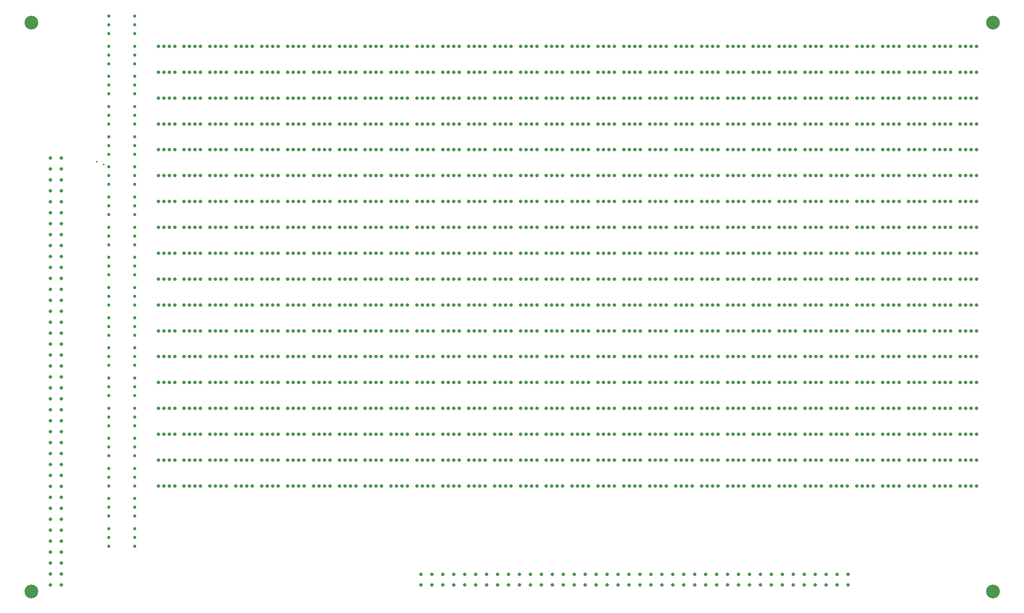
<source format=gbr>
G04 PROTEUS GERBER X2 FILE*
%TF.GenerationSoftware,Labcenter,Proteus,8.6-SP2-Build23525*%
%TF.CreationDate,2023-01-18T21:31:38+00:00*%
%TF.FileFunction,Plated,1,2,PTH*%
%TF.FilePolarity,Positive*%
%TF.Part,Single*%
%FSLAX45Y45*%
%MOMM*%
G01*
%TA.AperFunction,ViaDrill*%
%ADD31C,0.381000*%
%TA.AperFunction,ComponentDrill*%
%ADD32C,0.812800*%
%TA.AperFunction,ComponentDrill*%
%ADD33C,0.762000*%
%TA.AperFunction,OtherDrill,Unknown*%
%ADD34C,3.200000*%
%TD.AperFunction*%
D31*
X-9182923Y+3172982D03*
X-9022977Y+3107023D03*
D32*
X-7755252Y+5850000D03*
X-7628252Y+5850000D03*
X-7501252Y+5850000D03*
X-7374252Y+5850000D03*
X-7155252Y+5850000D03*
X-7028252Y+5850000D03*
X-6901252Y+5850000D03*
X-6774252Y+5850000D03*
X-6555252Y+5850000D03*
X-6428252Y+5850000D03*
X-6301252Y+5850000D03*
X-6174252Y+5850000D03*
X-5955252Y+5850000D03*
X-5828252Y+5850000D03*
X-5701252Y+5850000D03*
X-5574252Y+5850000D03*
X-5355252Y+5850000D03*
X-5228252Y+5850000D03*
X-5101252Y+5850000D03*
X-4974252Y+5850000D03*
X-4755252Y+5850000D03*
X-4628252Y+5850000D03*
X-4501252Y+5850000D03*
X-4374252Y+5850000D03*
X-4155252Y+5850000D03*
X-4028252Y+5850000D03*
X-3901252Y+5850000D03*
X-3774252Y+5850000D03*
X-3555252Y+5850000D03*
X-3428252Y+5850000D03*
X-3301252Y+5850000D03*
X-3174252Y+5850000D03*
X-2955252Y+5850000D03*
X-2828252Y+5850000D03*
X-2701252Y+5850000D03*
X-2574252Y+5850000D03*
X-2355252Y+5850000D03*
X-2228252Y+5850000D03*
X-2101252Y+5850000D03*
X-1974252Y+5850000D03*
X-1755252Y+5850000D03*
X-1628252Y+5850000D03*
X-1501252Y+5850000D03*
X-1374252Y+5850000D03*
X-1155252Y+5850000D03*
X-1028252Y+5850000D03*
X-901252Y+5850000D03*
X-774252Y+5850000D03*
X-555252Y+5850000D03*
X-428252Y+5850000D03*
X-301252Y+5850000D03*
X-174252Y+5850000D03*
X+44748Y+5850000D03*
X+171748Y+5850000D03*
X+298748Y+5850000D03*
X+425748Y+5850000D03*
X+644748Y+5850000D03*
X+771748Y+5850000D03*
X+898748Y+5850000D03*
X+1025748Y+5850000D03*
X+1244748Y+5850000D03*
X+1371748Y+5850000D03*
X+1498748Y+5850000D03*
X+1625748Y+5850000D03*
X+1844748Y+5850000D03*
X+1971748Y+5850000D03*
X+2098748Y+5850000D03*
X+2225748Y+5850000D03*
X+2444748Y+5850000D03*
X+2571748Y+5850000D03*
X+2698748Y+5850000D03*
X+2825748Y+5850000D03*
X+3044748Y+5850000D03*
X+3171748Y+5850000D03*
X+3298748Y+5850000D03*
X+3425748Y+5850000D03*
X+3644748Y+5850000D03*
X+3771748Y+5850000D03*
X+3898748Y+5850000D03*
X+4025748Y+5850000D03*
X+4244748Y+5850000D03*
X+4371748Y+5850000D03*
X+4498748Y+5850000D03*
X+4625748Y+5850000D03*
X+4844748Y+5850000D03*
X+4971748Y+5850000D03*
X+5098748Y+5850000D03*
X+5225748Y+5850000D03*
X+5444748Y+5850000D03*
X+5571748Y+5850000D03*
X+5698748Y+5850000D03*
X+5825748Y+5850000D03*
X+6044748Y+5850000D03*
X+6171748Y+5850000D03*
X+6298748Y+5850000D03*
X+6425748Y+5850000D03*
X+6644748Y+5850000D03*
X+6771748Y+5850000D03*
X+6898748Y+5850000D03*
X+7025748Y+5850000D03*
X+7244748Y+5850000D03*
X+7371748Y+5850000D03*
X+7498748Y+5850000D03*
X+7625748Y+5850000D03*
X+7844748Y+5850000D03*
X+7971748Y+5850000D03*
X+8098748Y+5850000D03*
X+8225748Y+5850000D03*
X+8444748Y+5850000D03*
X+8571748Y+5850000D03*
X+8698748Y+5850000D03*
X+8825748Y+5850000D03*
X+9044748Y+5850000D03*
X+9171748Y+5850000D03*
X+9298748Y+5850000D03*
X+9425748Y+5850000D03*
X+9644748Y+5850000D03*
X+9771748Y+5850000D03*
X+9898748Y+5850000D03*
X+10025748Y+5850000D03*
X+10244748Y+5850000D03*
X+10371748Y+5850000D03*
X+10498748Y+5850000D03*
X+10625748Y+5850000D03*
X+10844748Y+5850000D03*
X+10971748Y+5850000D03*
X+11098748Y+5850000D03*
X+11225748Y+5850000D03*
X-7755252Y+5250000D03*
X-7628252Y+5250000D03*
X-7501252Y+5250000D03*
X-7374252Y+5250000D03*
X-7155252Y+5250000D03*
X-7028252Y+5250000D03*
X-6901252Y+5250000D03*
X-6774252Y+5250000D03*
X-6555252Y+5250000D03*
X-6428252Y+5250000D03*
X-6301252Y+5250000D03*
X-6174252Y+5250000D03*
X-5955252Y+5250000D03*
X-5828252Y+5250000D03*
X-5701252Y+5250000D03*
X-5574252Y+5250000D03*
X-5355252Y+5250000D03*
X-5228252Y+5250000D03*
X-5101252Y+5250000D03*
X-4974252Y+5250000D03*
X-4755252Y+5250000D03*
X-4628252Y+5250000D03*
X-4501252Y+5250000D03*
X-4374252Y+5250000D03*
X-4155252Y+5250000D03*
X-4028252Y+5250000D03*
X-3901252Y+5250000D03*
X-3774252Y+5250000D03*
X-3555252Y+5250000D03*
X-3428252Y+5250000D03*
X-3301252Y+5250000D03*
X-3174252Y+5250000D03*
X-2955252Y+5250000D03*
X-2828252Y+5250000D03*
X-2701252Y+5250000D03*
X-2574252Y+5250000D03*
X-2355252Y+5250000D03*
X-2228252Y+5250000D03*
X-2101252Y+5250000D03*
X-1974252Y+5250000D03*
X-1755252Y+5250000D03*
X-1628252Y+5250000D03*
X-1501252Y+5250000D03*
X-1374252Y+5250000D03*
X-1155252Y+5250000D03*
X-1028252Y+5250000D03*
X-901252Y+5250000D03*
X-774252Y+5250000D03*
X-555252Y+5250000D03*
X-428252Y+5250000D03*
X-301252Y+5250000D03*
X-174252Y+5250000D03*
X+44748Y+5250000D03*
X+171748Y+5250000D03*
X+298748Y+5250000D03*
X+425748Y+5250000D03*
X+644748Y+5250000D03*
X+771748Y+5250000D03*
X+898748Y+5250000D03*
X+1025748Y+5250000D03*
X+1244748Y+5250000D03*
X+1371748Y+5250000D03*
X+1498748Y+5250000D03*
X+1625748Y+5250000D03*
X+1844748Y+5250000D03*
X+1971748Y+5250000D03*
X+2098748Y+5250000D03*
X+2225748Y+5250000D03*
X+2444748Y+5250000D03*
X+2571748Y+5250000D03*
X+2698748Y+5250000D03*
X+2825748Y+5250000D03*
X+3044748Y+5250000D03*
X+3171748Y+5250000D03*
X+3298748Y+5250000D03*
X+3425748Y+5250000D03*
X+3644748Y+5250000D03*
X+3771748Y+5250000D03*
X+3898748Y+5250000D03*
X+4025748Y+5250000D03*
X+4244748Y+5250000D03*
X+4371748Y+5250000D03*
X+4498748Y+5250000D03*
X+4625748Y+5250000D03*
X+4844748Y+5250000D03*
X+4971748Y+5250000D03*
X+5098748Y+5250000D03*
X+5225748Y+5250000D03*
X+5444748Y+5250000D03*
X+5571748Y+5250000D03*
X+5698748Y+5250000D03*
X+5825748Y+5250000D03*
X+6044748Y+5250000D03*
X+6171748Y+5250000D03*
X+6298748Y+5250000D03*
X+6425748Y+5250000D03*
X+6644748Y+5250000D03*
X+6771748Y+5250000D03*
X+6898748Y+5250000D03*
X+7025748Y+5250000D03*
X+7244748Y+5250000D03*
X+7371748Y+5250000D03*
X+7498748Y+5250000D03*
X+7625748Y+5250000D03*
X+7844748Y+5250000D03*
X+7971748Y+5250000D03*
X+8098748Y+5250000D03*
X+8225748Y+5250000D03*
X+8444748Y+5250000D03*
X+8571748Y+5250000D03*
X+8698748Y+5250000D03*
X+8825748Y+5250000D03*
X+9044748Y+5250000D03*
X+9171748Y+5250000D03*
X+9298748Y+5250000D03*
X+9425748Y+5250000D03*
X+9644748Y+5250000D03*
X+9771748Y+5250000D03*
X+9898748Y+5250000D03*
X+10025748Y+5250000D03*
X+10244748Y+5250000D03*
X+10371748Y+5250000D03*
X+10498748Y+5250000D03*
X+10625748Y+5250000D03*
X+10844748Y+5250000D03*
X+10971748Y+5250000D03*
X+11098748Y+5250000D03*
X+11225748Y+5250000D03*
X-7755252Y+4650000D03*
X-7628252Y+4650000D03*
X-7501252Y+4650000D03*
X-7374252Y+4650000D03*
X-7155252Y+4650000D03*
X-7028252Y+4650000D03*
X-6901252Y+4650000D03*
X-6774252Y+4650000D03*
X-6555252Y+4650000D03*
X-6428252Y+4650000D03*
X-6301252Y+4650000D03*
X-6174252Y+4650000D03*
X-5955252Y+4650000D03*
X-5828252Y+4650000D03*
X-5701252Y+4650000D03*
X-5574252Y+4650000D03*
X-5355252Y+4650000D03*
X-5228252Y+4650000D03*
X-5101252Y+4650000D03*
X-4974252Y+4650000D03*
X-4755252Y+4650000D03*
X-4628252Y+4650000D03*
X-4501252Y+4650000D03*
X-4374252Y+4650000D03*
X-4155252Y+4650000D03*
X-4028252Y+4650000D03*
X-3901252Y+4650000D03*
X-3774252Y+4650000D03*
X-3555252Y+4650000D03*
X-3428252Y+4650000D03*
X-3301252Y+4650000D03*
X-3174252Y+4650000D03*
X-2955252Y+4650000D03*
X-2828252Y+4650000D03*
X-2701252Y+4650000D03*
X-2574252Y+4650000D03*
X-2355252Y+4650000D03*
X-2228252Y+4650000D03*
X-2101252Y+4650000D03*
X-1974252Y+4650000D03*
X-1755252Y+4650000D03*
X-1628252Y+4650000D03*
X-1501252Y+4650000D03*
X-1374252Y+4650000D03*
X-1155252Y+4650000D03*
X-1028252Y+4650000D03*
X-901252Y+4650000D03*
X-774252Y+4650000D03*
X-555252Y+4650000D03*
X-428252Y+4650000D03*
X-301252Y+4650000D03*
X-174252Y+4650000D03*
X+44748Y+4650000D03*
X+171748Y+4650000D03*
X+298748Y+4650000D03*
X+425748Y+4650000D03*
X+644748Y+4650000D03*
X+771748Y+4650000D03*
X+898748Y+4650000D03*
X+1025748Y+4650000D03*
X+1244748Y+4650000D03*
X+1371748Y+4650000D03*
X+1498748Y+4650000D03*
X+1625748Y+4650000D03*
X+1844748Y+4650000D03*
X+1971748Y+4650000D03*
X+2098748Y+4650000D03*
X+2225748Y+4650000D03*
X+2444748Y+4650000D03*
X+2571748Y+4650000D03*
X+2698748Y+4650000D03*
X+2825748Y+4650000D03*
X+3044748Y+4650000D03*
X+3171748Y+4650000D03*
X+3298748Y+4650000D03*
X+3425748Y+4650000D03*
X+3644748Y+4650000D03*
X+3771748Y+4650000D03*
X+3898748Y+4650000D03*
X+4025748Y+4650000D03*
X+4244748Y+4650000D03*
X+4371748Y+4650000D03*
X+4498748Y+4650000D03*
X+4625748Y+4650000D03*
X+4844748Y+4650000D03*
X+4971748Y+4650000D03*
X+5098748Y+4650000D03*
X+5225748Y+4650000D03*
X+5444748Y+4650000D03*
X+5571748Y+4650000D03*
X+5698748Y+4650000D03*
X+5825748Y+4650000D03*
X+6044748Y+4650000D03*
X+6171748Y+4650000D03*
X+6298748Y+4650000D03*
X+6425748Y+4650000D03*
X+6644748Y+4650000D03*
X+6771748Y+4650000D03*
X+6898748Y+4650000D03*
X+7025748Y+4650000D03*
X+7244748Y+4650000D03*
X+7371748Y+4650000D03*
X+7498748Y+4650000D03*
X+7625748Y+4650000D03*
X+7844748Y+4650000D03*
X+7971748Y+4650000D03*
X+8098748Y+4650000D03*
X+8225748Y+4650000D03*
X+8444748Y+4650000D03*
X+8571748Y+4650000D03*
X+8698748Y+4650000D03*
X+8825748Y+4650000D03*
X+9044748Y+4650000D03*
X+9171748Y+4650000D03*
X+9298748Y+4650000D03*
X+9425748Y+4650000D03*
X+9644748Y+4650000D03*
X+9771748Y+4650000D03*
X+9898748Y+4650000D03*
X+10025748Y+4650000D03*
X+10244748Y+4650000D03*
X+10371748Y+4650000D03*
X+10498748Y+4650000D03*
X+10625748Y+4650000D03*
X+10844748Y+4650000D03*
X+10971748Y+4650000D03*
X+11098748Y+4650000D03*
X+11225748Y+4650000D03*
X-7755252Y+4050000D03*
X-7628252Y+4050000D03*
X-7501252Y+4050000D03*
X-7374252Y+4050000D03*
X-7155252Y+4050000D03*
X-7028252Y+4050000D03*
X-6901252Y+4050000D03*
X-6774252Y+4050000D03*
X-6555252Y+4050000D03*
X-6428252Y+4050000D03*
X-6301252Y+4050000D03*
X-6174252Y+4050000D03*
X-5955252Y+4050000D03*
X-5828252Y+4050000D03*
X-5701252Y+4050000D03*
X-5574252Y+4050000D03*
X-5355252Y+4050000D03*
X-5228252Y+4050000D03*
X-5101252Y+4050000D03*
X-4974252Y+4050000D03*
X-4755252Y+4050000D03*
X-4628252Y+4050000D03*
X-4501252Y+4050000D03*
X-4374252Y+4050000D03*
X-4155252Y+4050000D03*
X-4028252Y+4050000D03*
X-3901252Y+4050000D03*
X-3774252Y+4050000D03*
X-3555252Y+4050000D03*
X-3428252Y+4050000D03*
X-3301252Y+4050000D03*
X-3174252Y+4050000D03*
X-2955252Y+4050000D03*
X-2828252Y+4050000D03*
X-2701252Y+4050000D03*
X-2574252Y+4050000D03*
X-2355252Y+4050000D03*
X-2228252Y+4050000D03*
X-2101252Y+4050000D03*
X-1974252Y+4050000D03*
X-1755252Y+4050000D03*
X-1628252Y+4050000D03*
X-1501252Y+4050000D03*
X-1374252Y+4050000D03*
X-1155252Y+4050000D03*
X-1028252Y+4050000D03*
X-901252Y+4050000D03*
X-774252Y+4050000D03*
X-555252Y+4050000D03*
X-428252Y+4050000D03*
X-301252Y+4050000D03*
X-174252Y+4050000D03*
X+44748Y+4050000D03*
X+171748Y+4050000D03*
X+298748Y+4050000D03*
X+425748Y+4050000D03*
X+644748Y+4050000D03*
X+771748Y+4050000D03*
X+898748Y+4050000D03*
X+1025748Y+4050000D03*
X+1244748Y+4050000D03*
X+1371748Y+4050000D03*
X+1498748Y+4050000D03*
X+1625748Y+4050000D03*
X+1844748Y+4050000D03*
X+1971748Y+4050000D03*
X+2098748Y+4050000D03*
X+2225748Y+4050000D03*
X+2444748Y+4050000D03*
X+2571748Y+4050000D03*
X+2698748Y+4050000D03*
X+2825748Y+4050000D03*
X+3044748Y+4050000D03*
X+3171748Y+4050000D03*
X+3298748Y+4050000D03*
X+3425748Y+4050000D03*
X+3644748Y+4050000D03*
X+3771748Y+4050000D03*
X+3898748Y+4050000D03*
X+4025748Y+4050000D03*
X+4244748Y+4050000D03*
X+4371748Y+4050000D03*
X+4498748Y+4050000D03*
X+4625748Y+4050000D03*
X+4844748Y+4050000D03*
X+4971748Y+4050000D03*
X+5098748Y+4050000D03*
X+5225748Y+4050000D03*
X+5444748Y+4050000D03*
X+5571748Y+4050000D03*
X+5698748Y+4050000D03*
X+5825748Y+4050000D03*
X+6044748Y+4050000D03*
X+6171748Y+4050000D03*
X+6298748Y+4050000D03*
X+6425748Y+4050000D03*
X+6644748Y+4050000D03*
X+6771748Y+4050000D03*
X+6898748Y+4050000D03*
X+7025748Y+4050000D03*
X+7244748Y+4050000D03*
X+7371748Y+4050000D03*
X+7498748Y+4050000D03*
X+7625748Y+4050000D03*
X+7844748Y+4050000D03*
X+7971748Y+4050000D03*
X+8098748Y+4050000D03*
X+8225748Y+4050000D03*
X+8444748Y+4050000D03*
X+8571748Y+4050000D03*
X+8698748Y+4050000D03*
X+8825748Y+4050000D03*
X+9044748Y+4050000D03*
X+9171748Y+4050000D03*
X+9298748Y+4050000D03*
X+9425748Y+4050000D03*
X+9644748Y+4050000D03*
X+9771748Y+4050000D03*
X+9898748Y+4050000D03*
X+10025748Y+4050000D03*
X+10244748Y+4050000D03*
X+10371748Y+4050000D03*
X+10498748Y+4050000D03*
X+10625748Y+4050000D03*
X+10844748Y+4050000D03*
X+10971748Y+4050000D03*
X+11098748Y+4050000D03*
X+11225748Y+4050000D03*
X-7755252Y+3450000D03*
X-7628252Y+3450000D03*
X-7501252Y+3450000D03*
X-7374252Y+3450000D03*
X-7155252Y+3450000D03*
X-7028252Y+3450000D03*
X-6901252Y+3450000D03*
X-6774252Y+3450000D03*
X-6555252Y+3450000D03*
X-6428252Y+3450000D03*
X-6301252Y+3450000D03*
X-6174252Y+3450000D03*
X-5955252Y+3450000D03*
X-5828252Y+3450000D03*
X-5701252Y+3450000D03*
X-5574252Y+3450000D03*
X-5355252Y+3450000D03*
X-5228252Y+3450000D03*
X-5101252Y+3450000D03*
X-4974252Y+3450000D03*
X-4755252Y+3450000D03*
X-4628252Y+3450000D03*
X-4501252Y+3450000D03*
X-4374252Y+3450000D03*
X-4155252Y+3450000D03*
X-4028252Y+3450000D03*
X-3901252Y+3450000D03*
X-3774252Y+3450000D03*
X-3555252Y+3450000D03*
X-3428252Y+3450000D03*
X-3301252Y+3450000D03*
X-3174252Y+3450000D03*
X-2955252Y+3450000D03*
X-2828252Y+3450000D03*
X-2701252Y+3450000D03*
X-2574252Y+3450000D03*
X-2355252Y+3450000D03*
X-2228252Y+3450000D03*
X-2101252Y+3450000D03*
X-1974252Y+3450000D03*
X-1755252Y+3450000D03*
X-1628252Y+3450000D03*
X-1501252Y+3450000D03*
X-1374252Y+3450000D03*
X-1155252Y+3450000D03*
X-1028252Y+3450000D03*
X-901252Y+3450000D03*
X-774252Y+3450000D03*
X-555252Y+3450000D03*
X-428252Y+3450000D03*
X-301252Y+3450000D03*
X-174252Y+3450000D03*
X+44748Y+3450000D03*
X+171748Y+3450000D03*
X+298748Y+3450000D03*
X+425748Y+3450000D03*
X+644748Y+3450000D03*
X+771748Y+3450000D03*
X+898748Y+3450000D03*
X+1025748Y+3450000D03*
X+1244748Y+3450000D03*
X+1371748Y+3450000D03*
X+1498748Y+3450000D03*
X+1625748Y+3450000D03*
X+1844748Y+3450000D03*
X+1971748Y+3450000D03*
X+2098748Y+3450000D03*
X+2225748Y+3450000D03*
X+2444748Y+3450000D03*
X+2571748Y+3450000D03*
X+2698748Y+3450000D03*
X+2825748Y+3450000D03*
X+3044748Y+3450000D03*
X+3171748Y+3450000D03*
X+3298748Y+3450000D03*
X+3425748Y+3450000D03*
X+3644748Y+3450000D03*
X+3771748Y+3450000D03*
X+3898748Y+3450000D03*
X+4025748Y+3450000D03*
X+4244748Y+3450000D03*
X+4371748Y+3450000D03*
X+4498748Y+3450000D03*
X+4625748Y+3450000D03*
X+4844748Y+3450000D03*
X+4971748Y+3450000D03*
X+5098748Y+3450000D03*
X+5225748Y+3450000D03*
X+5444748Y+3450000D03*
X+5571748Y+3450000D03*
X+5698748Y+3450000D03*
X+5825748Y+3450000D03*
X+6044748Y+3450000D03*
X+6171748Y+3450000D03*
X+6298748Y+3450000D03*
X+6425748Y+3450000D03*
X+6644748Y+3450000D03*
X+6771748Y+3450000D03*
X+6898748Y+3450000D03*
X+7025748Y+3450000D03*
X+7244748Y+3450000D03*
X+7371748Y+3450000D03*
X+7498748Y+3450000D03*
X+7625748Y+3450000D03*
X+7844748Y+3450000D03*
X+7971748Y+3450000D03*
X+8098748Y+3450000D03*
X+8225748Y+3450000D03*
X+8444748Y+3450000D03*
X+8571748Y+3450000D03*
X+8698748Y+3450000D03*
X+8825748Y+3450000D03*
X+9044748Y+3450000D03*
X+9171748Y+3450000D03*
X+9298748Y+3450000D03*
X+9425748Y+3450000D03*
X+9644748Y+3450000D03*
X+9771748Y+3450000D03*
X+9898748Y+3450000D03*
X+10025748Y+3450000D03*
X+10244748Y+3450000D03*
X+10371748Y+3450000D03*
X+10498748Y+3450000D03*
X+10625748Y+3450000D03*
X+10844748Y+3450000D03*
X+10971748Y+3450000D03*
X+11098748Y+3450000D03*
X+11225748Y+3450000D03*
X-7755252Y+2850000D03*
X-7628252Y+2850000D03*
X-7501252Y+2850000D03*
X-7374252Y+2850000D03*
X-7155252Y+2850000D03*
X-7028252Y+2850000D03*
X-6901252Y+2850000D03*
X-6774252Y+2850000D03*
X-6555252Y+2850000D03*
X-6428252Y+2850000D03*
X-6301252Y+2850000D03*
X-6174252Y+2850000D03*
X-5955252Y+2850000D03*
X-5828252Y+2850000D03*
X-5701252Y+2850000D03*
X-5574252Y+2850000D03*
X-5355252Y+2850000D03*
X-5228252Y+2850000D03*
X-5101252Y+2850000D03*
X-4974252Y+2850000D03*
X-4755252Y+2850000D03*
X-4628252Y+2850000D03*
X-4501252Y+2850000D03*
X-4374252Y+2850000D03*
X-4155252Y+2850000D03*
X-4028252Y+2850000D03*
X-3901252Y+2850000D03*
X-3774252Y+2850000D03*
X-3555252Y+2850000D03*
X-3428252Y+2850000D03*
X-3301252Y+2850000D03*
X-3174252Y+2850000D03*
X-2955252Y+2850000D03*
X-2828252Y+2850000D03*
X-2701252Y+2850000D03*
X-2574252Y+2850000D03*
X-2355252Y+2850000D03*
X-2228252Y+2850000D03*
X-2101252Y+2850000D03*
X-1974252Y+2850000D03*
X-1755252Y+2850000D03*
X-1628252Y+2850000D03*
X-1501252Y+2850000D03*
X-1374252Y+2850000D03*
X-1155252Y+2850000D03*
X-1028252Y+2850000D03*
X-901252Y+2850000D03*
X-774252Y+2850000D03*
X-555252Y+2850000D03*
X-428252Y+2850000D03*
X-301252Y+2850000D03*
X-174252Y+2850000D03*
X+44748Y+2850000D03*
X+171748Y+2850000D03*
X+298748Y+2850000D03*
X+425748Y+2850000D03*
X+644748Y+2850000D03*
X+771748Y+2850000D03*
X+898748Y+2850000D03*
X+1025748Y+2850000D03*
X+1244748Y+2850000D03*
X+1371748Y+2850000D03*
X+1498748Y+2850000D03*
X+1625748Y+2850000D03*
X+1844748Y+2850000D03*
X+1971748Y+2850000D03*
X+2098748Y+2850000D03*
X+2225748Y+2850000D03*
X+2444748Y+2850000D03*
X+2571748Y+2850000D03*
X+2698748Y+2850000D03*
X+2825748Y+2850000D03*
X+3044748Y+2850000D03*
X+3171748Y+2850000D03*
X+3298748Y+2850000D03*
X+3425748Y+2850000D03*
X+3644748Y+2850000D03*
X+3771748Y+2850000D03*
X+3898748Y+2850000D03*
X+4025748Y+2850000D03*
X+4244748Y+2850000D03*
X+4371748Y+2850000D03*
X+4498748Y+2850000D03*
X+4625748Y+2850000D03*
X+4844748Y+2850000D03*
X+4971748Y+2850000D03*
X+5098748Y+2850000D03*
X+5225748Y+2850000D03*
X+5444748Y+2850000D03*
X+5571748Y+2850000D03*
X+5698748Y+2850000D03*
X+5825748Y+2850000D03*
X+6044748Y+2850000D03*
X+6171748Y+2850000D03*
X+6298748Y+2850000D03*
X+6425748Y+2850000D03*
X+6644748Y+2850000D03*
X+6771748Y+2850000D03*
X+6898748Y+2850000D03*
X+7025748Y+2850000D03*
X+7244748Y+2850000D03*
X+7371748Y+2850000D03*
X+7498748Y+2850000D03*
X+7625748Y+2850000D03*
X+7844748Y+2850000D03*
X+7971748Y+2850000D03*
X+8098748Y+2850000D03*
X+8225748Y+2850000D03*
X+8444748Y+2850000D03*
X+8571748Y+2850000D03*
X+8698748Y+2850000D03*
X+8825748Y+2850000D03*
X+9044748Y+2850000D03*
X+9171748Y+2850000D03*
X+9298748Y+2850000D03*
X+9425748Y+2850000D03*
X+9644748Y+2850000D03*
X+9771748Y+2850000D03*
X+9898748Y+2850000D03*
X+10025748Y+2850000D03*
X+10244748Y+2850000D03*
X+10371748Y+2850000D03*
X+10498748Y+2850000D03*
X+10625748Y+2850000D03*
X+10844748Y+2850000D03*
X+10971748Y+2850000D03*
X+11098748Y+2850000D03*
X+11225748Y+2850000D03*
X-7755252Y+2250000D03*
X-7628252Y+2250000D03*
X-7501252Y+2250000D03*
X-7374252Y+2250000D03*
X-7155252Y+2250000D03*
X-7028252Y+2250000D03*
X-6901252Y+2250000D03*
X-6774252Y+2250000D03*
X-6555252Y+2250000D03*
X-6428252Y+2250000D03*
X-6301252Y+2250000D03*
X-6174252Y+2250000D03*
X-5955252Y+2250000D03*
X-5828252Y+2250000D03*
X-5701252Y+2250000D03*
X-5574252Y+2250000D03*
X-5355252Y+2250000D03*
X-5228252Y+2250000D03*
X-5101252Y+2250000D03*
X-4974252Y+2250000D03*
X-4755252Y+2250000D03*
X-4628252Y+2250000D03*
X-4501252Y+2250000D03*
X-4374252Y+2250000D03*
X-4155252Y+2250000D03*
X-4028252Y+2250000D03*
X-3901252Y+2250000D03*
X-3774252Y+2250000D03*
X-3555252Y+2250000D03*
X-3428252Y+2250000D03*
X-3301252Y+2250000D03*
X-3174252Y+2250000D03*
X-2955252Y+2250000D03*
X-2828252Y+2250000D03*
X-2701252Y+2250000D03*
X-2574252Y+2250000D03*
X-2355252Y+2250000D03*
X-2228252Y+2250000D03*
X-2101252Y+2250000D03*
X-1974252Y+2250000D03*
X-1755252Y+2250000D03*
X-1628252Y+2250000D03*
X-1501252Y+2250000D03*
X-1374252Y+2250000D03*
X-1155252Y+2250000D03*
X-1028252Y+2250000D03*
X-901252Y+2250000D03*
X-774252Y+2250000D03*
X-555252Y+2250000D03*
X-428252Y+2250000D03*
X-301252Y+2250000D03*
X-174252Y+2250000D03*
X+44748Y+2250000D03*
X+171748Y+2250000D03*
X+298748Y+2250000D03*
X+425748Y+2250000D03*
X+644748Y+2250000D03*
X+771748Y+2250000D03*
X+898748Y+2250000D03*
X+1025748Y+2250000D03*
X+1244748Y+2250000D03*
X+1371748Y+2250000D03*
X+1498748Y+2250000D03*
X+1625748Y+2250000D03*
X+1844748Y+2250000D03*
X+1971748Y+2250000D03*
X+2098748Y+2250000D03*
X+2225748Y+2250000D03*
X+2444748Y+2250000D03*
X+2571748Y+2250000D03*
X+2698748Y+2250000D03*
X+2825748Y+2250000D03*
X+3044748Y+2250000D03*
X+3171748Y+2250000D03*
X+3298748Y+2250000D03*
X+3425748Y+2250000D03*
X+3644748Y+2250000D03*
X+3771748Y+2250000D03*
X+3898748Y+2250000D03*
X+4025748Y+2250000D03*
X+4244748Y+2250000D03*
X+4371748Y+2250000D03*
X+4498748Y+2250000D03*
X+4625748Y+2250000D03*
X+4844748Y+2250000D03*
X+4971748Y+2250000D03*
X+5098748Y+2250000D03*
X+5225748Y+2250000D03*
X+5444748Y+2250000D03*
X+5571748Y+2250000D03*
X+5698748Y+2250000D03*
X+5825748Y+2250000D03*
X+6044748Y+2250000D03*
X+6171748Y+2250000D03*
X+6298748Y+2250000D03*
X+6425748Y+2250000D03*
X+6644748Y+2250000D03*
X+6771748Y+2250000D03*
X+6898748Y+2250000D03*
X+7025748Y+2250000D03*
X+7244748Y+2250000D03*
X+7371748Y+2250000D03*
X+7498748Y+2250000D03*
X+7625748Y+2250000D03*
X+7844748Y+2250000D03*
X+7971748Y+2250000D03*
X+8098748Y+2250000D03*
X+8225748Y+2250000D03*
X+8444748Y+2250000D03*
X+8571748Y+2250000D03*
X+8698748Y+2250000D03*
X+8825748Y+2250000D03*
X+9044748Y+2250000D03*
X+9171748Y+2250000D03*
X+9298748Y+2250000D03*
X+9425748Y+2250000D03*
X+9644748Y+2250000D03*
X+9771748Y+2250000D03*
X+9898748Y+2250000D03*
X+10025748Y+2250000D03*
X+10244748Y+2250000D03*
X+10371748Y+2250000D03*
X+10498748Y+2250000D03*
X+10625748Y+2250000D03*
X+10844748Y+2250000D03*
X+10971748Y+2250000D03*
X+11098748Y+2250000D03*
X+11225748Y+2250000D03*
X-7755252Y+1650000D03*
X-7628252Y+1650000D03*
X-7501252Y+1650000D03*
X-7374252Y+1650000D03*
X-7155252Y+1650000D03*
X-7028252Y+1650000D03*
X-6901252Y+1650000D03*
X-6774252Y+1650000D03*
X-6555252Y+1650000D03*
X-6428252Y+1650000D03*
X-6301252Y+1650000D03*
X-6174252Y+1650000D03*
X-5955252Y+1650000D03*
X-5828252Y+1650000D03*
X-5701252Y+1650000D03*
X-5574252Y+1650000D03*
X-5355252Y+1650000D03*
X-5228252Y+1650000D03*
X-5101252Y+1650000D03*
X-4974252Y+1650000D03*
X-4755252Y+1650000D03*
X-4628252Y+1650000D03*
X-4501252Y+1650000D03*
X-4374252Y+1650000D03*
X-4155252Y+1650000D03*
X-4028252Y+1650000D03*
X-3901252Y+1650000D03*
X-3774252Y+1650000D03*
X-3555252Y+1650000D03*
X-3428252Y+1650000D03*
X-3301252Y+1650000D03*
X-3174252Y+1650000D03*
X-2955252Y+1650000D03*
X-2828252Y+1650000D03*
X-2701252Y+1650000D03*
X-2574252Y+1650000D03*
X-2355252Y+1650000D03*
X-2228252Y+1650000D03*
X-2101252Y+1650000D03*
X-1974252Y+1650000D03*
X-1755252Y+1650000D03*
X-1628252Y+1650000D03*
X-1501252Y+1650000D03*
X-1374252Y+1650000D03*
X-1155252Y+1650000D03*
X-1028252Y+1650000D03*
X-901252Y+1650000D03*
X-774252Y+1650000D03*
X-555252Y+1650000D03*
X-428252Y+1650000D03*
X-301252Y+1650000D03*
X-174252Y+1650000D03*
X+44748Y+1650000D03*
X+171748Y+1650000D03*
X+298748Y+1650000D03*
X+425748Y+1650000D03*
X+644748Y+1650000D03*
X+771748Y+1650000D03*
X+898748Y+1650000D03*
X+1025748Y+1650000D03*
X+1244748Y+1650000D03*
X+1371748Y+1650000D03*
X+1498748Y+1650000D03*
X+1625748Y+1650000D03*
X+1844748Y+1650000D03*
X+1971748Y+1650000D03*
X+2098748Y+1650000D03*
X+2225748Y+1650000D03*
X+2444748Y+1650000D03*
X+2571748Y+1650000D03*
X+2698748Y+1650000D03*
X+2825748Y+1650000D03*
X+3044748Y+1650000D03*
X+3171748Y+1650000D03*
X+3298748Y+1650000D03*
X+3425748Y+1650000D03*
X+3644748Y+1650000D03*
X+3771748Y+1650000D03*
X+3898748Y+1650000D03*
X+4025748Y+1650000D03*
X+4244748Y+1650000D03*
X+4371748Y+1650000D03*
X+4498748Y+1650000D03*
X+4625748Y+1650000D03*
X+4844748Y+1650000D03*
X+4971748Y+1650000D03*
X+5098748Y+1650000D03*
X+5225748Y+1650000D03*
X+5444748Y+1650000D03*
X+5571748Y+1650000D03*
X+5698748Y+1650000D03*
X+5825748Y+1650000D03*
X+6044748Y+1650000D03*
X+6171748Y+1650000D03*
X+6298748Y+1650000D03*
X+6425748Y+1650000D03*
X+6644748Y+1650000D03*
X+6771748Y+1650000D03*
X+6898748Y+1650000D03*
X+7025748Y+1650000D03*
X+7244748Y+1650000D03*
X+7371748Y+1650000D03*
X+7498748Y+1650000D03*
X+7625748Y+1650000D03*
X+7844748Y+1650000D03*
X+7971748Y+1650000D03*
X+8098748Y+1650000D03*
X+8225748Y+1650000D03*
X+8444748Y+1650000D03*
X+8571748Y+1650000D03*
X+8698748Y+1650000D03*
X+8825748Y+1650000D03*
X+9044748Y+1650000D03*
X+9171748Y+1650000D03*
X+9298748Y+1650000D03*
X+9425748Y+1650000D03*
X+9644748Y+1650000D03*
X+9771748Y+1650000D03*
X+9898748Y+1650000D03*
X+10025748Y+1650000D03*
X+10244748Y+1650000D03*
X+10371748Y+1650000D03*
X+10498748Y+1650000D03*
X+10625748Y+1650000D03*
X+10844748Y+1650000D03*
X+10971748Y+1650000D03*
X+11098748Y+1650000D03*
X+11225748Y+1650000D03*
X-7755252Y+1050000D03*
X-7628252Y+1050000D03*
X-7501252Y+1050000D03*
X-7374252Y+1050000D03*
X-7155252Y+1050000D03*
X-7028252Y+1050000D03*
X-6901252Y+1050000D03*
X-6774252Y+1050000D03*
X-6555252Y+1050000D03*
X-6428252Y+1050000D03*
X-6301252Y+1050000D03*
X-6174252Y+1050000D03*
X-5955252Y+1050000D03*
X-5828252Y+1050000D03*
X-5701252Y+1050000D03*
X-5574252Y+1050000D03*
X-5355252Y+1050000D03*
X-5228252Y+1050000D03*
X-5101252Y+1050000D03*
X-4974252Y+1050000D03*
X-4755252Y+1050000D03*
X-4628252Y+1050000D03*
X-4501252Y+1050000D03*
X-4374252Y+1050000D03*
X-4155252Y+1050000D03*
X-4028252Y+1050000D03*
X-3901252Y+1050000D03*
X-3774252Y+1050000D03*
X-3555252Y+1050000D03*
X-3428252Y+1050000D03*
X-3301252Y+1050000D03*
X-3174252Y+1050000D03*
X-2955252Y+1050000D03*
X-2828252Y+1050000D03*
X-2701252Y+1050000D03*
X-2574252Y+1050000D03*
X-2355252Y+1050000D03*
X-2228252Y+1050000D03*
X-2101252Y+1050000D03*
X-1974252Y+1050000D03*
X-1755252Y+1050000D03*
X-1628252Y+1050000D03*
X-1501252Y+1050000D03*
X-1374252Y+1050000D03*
X-1155252Y+1050000D03*
X-1028252Y+1050000D03*
X-901252Y+1050000D03*
X-774252Y+1050000D03*
X-555252Y+1050000D03*
X-428252Y+1050000D03*
X-301252Y+1050000D03*
X-174252Y+1050000D03*
X+44748Y+1050000D03*
X+171748Y+1050000D03*
X+298748Y+1050000D03*
X+425748Y+1050000D03*
X+644748Y+1050000D03*
X+771748Y+1050000D03*
X+898748Y+1050000D03*
X+1025748Y+1050000D03*
X+1244748Y+1050000D03*
X+1371748Y+1050000D03*
X+1498748Y+1050000D03*
X+1625748Y+1050000D03*
X+1844748Y+1050000D03*
X+1971748Y+1050000D03*
X+2098748Y+1050000D03*
X+2225748Y+1050000D03*
X+2444748Y+1050000D03*
X+2571748Y+1050000D03*
X+2698748Y+1050000D03*
X+2825748Y+1050000D03*
X+3044748Y+1050000D03*
X+3171748Y+1050000D03*
X+3298748Y+1050000D03*
X+3425748Y+1050000D03*
X+3644748Y+1050000D03*
X+3771748Y+1050000D03*
X+3898748Y+1050000D03*
X+4025748Y+1050000D03*
X+4244748Y+1050000D03*
X+4371748Y+1050000D03*
X+4498748Y+1050000D03*
X+4625748Y+1050000D03*
X+4844748Y+1050000D03*
X+4971748Y+1050000D03*
X+5098748Y+1050000D03*
X+5225748Y+1050000D03*
X+5444748Y+1050000D03*
X+5571748Y+1050000D03*
X+5698748Y+1050000D03*
X+5825748Y+1050000D03*
X+6044748Y+1050000D03*
X+6171748Y+1050000D03*
X+6298748Y+1050000D03*
X+6425748Y+1050000D03*
X+6644748Y+1050000D03*
X+6771748Y+1050000D03*
X+6898748Y+1050000D03*
X+7025748Y+1050000D03*
X+7244748Y+1050000D03*
X+7371748Y+1050000D03*
X+7498748Y+1050000D03*
X+7625748Y+1050000D03*
X+7844748Y+1050000D03*
X+7971748Y+1050000D03*
X+8098748Y+1050000D03*
X+8225748Y+1050000D03*
X+8444748Y+1050000D03*
X+8571748Y+1050000D03*
X+8698748Y+1050000D03*
X+8825748Y+1050000D03*
X+9044748Y+1050000D03*
X+9171748Y+1050000D03*
X+9298748Y+1050000D03*
X+9425748Y+1050000D03*
X+9644748Y+1050000D03*
X+9771748Y+1050000D03*
X+9898748Y+1050000D03*
X+10025748Y+1050000D03*
X+10244748Y+1050000D03*
X+10371748Y+1050000D03*
X+10498748Y+1050000D03*
X+10625748Y+1050000D03*
X+10844748Y+1050000D03*
X+10971748Y+1050000D03*
X+11098748Y+1050000D03*
X+11225748Y+1050000D03*
X-7755252Y+450000D03*
X-7628252Y+450000D03*
X-7501252Y+450000D03*
X-7374252Y+450000D03*
X-7155252Y+450000D03*
X-7028252Y+450000D03*
X-6901252Y+450000D03*
X-6774252Y+450000D03*
X-6555252Y+450000D03*
X-6428252Y+450000D03*
X-6301252Y+450000D03*
X-6174252Y+450000D03*
X-5955252Y+450000D03*
X-5828252Y+450000D03*
X-5701252Y+450000D03*
X-5574252Y+450000D03*
X-5355252Y+450000D03*
X-5228252Y+450000D03*
X-5101252Y+450000D03*
X-4974252Y+450000D03*
X-4755252Y+450000D03*
X-4628252Y+450000D03*
X-4501252Y+450000D03*
X-4374252Y+450000D03*
X-4155252Y+450000D03*
X-4028252Y+450000D03*
X-3901252Y+450000D03*
X-3774252Y+450000D03*
X-3555252Y+450000D03*
X-3428252Y+450000D03*
X-3301252Y+450000D03*
X-3174252Y+450000D03*
X-2955252Y+450000D03*
X-2828252Y+450000D03*
X-2701252Y+450000D03*
X-2574252Y+450000D03*
X-2355252Y+450000D03*
X-2228252Y+450000D03*
X-2101252Y+450000D03*
X-1974252Y+450000D03*
X-1755252Y+450000D03*
X-1628252Y+450000D03*
X-1501252Y+450000D03*
X-1374252Y+450000D03*
X-1155252Y+450000D03*
X-1028252Y+450000D03*
X-901252Y+450000D03*
X-774252Y+450000D03*
X-555252Y+450000D03*
X-428252Y+450000D03*
X-301252Y+450000D03*
X-174252Y+450000D03*
X+44748Y+450000D03*
X+171748Y+450000D03*
X+298748Y+450000D03*
X+425748Y+450000D03*
X+644748Y+450000D03*
X+771748Y+450000D03*
X+898748Y+450000D03*
X+1025748Y+450000D03*
X+1244748Y+450000D03*
X+1371748Y+450000D03*
X+1498748Y+450000D03*
X+1625748Y+450000D03*
X+1844748Y+450000D03*
X+1971748Y+450000D03*
X+2098748Y+450000D03*
X+2225748Y+450000D03*
X+2444748Y+450000D03*
X+2571748Y+450000D03*
X+2698748Y+450000D03*
X+2825748Y+450000D03*
X+3044748Y+450000D03*
X+3171748Y+450000D03*
X+3298748Y+450000D03*
X+3425748Y+450000D03*
X+3644748Y+450000D03*
X+3771748Y+450000D03*
X+3898748Y+450000D03*
X+4025748Y+450000D03*
X+4244748Y+450000D03*
X+4371748Y+450000D03*
X+4498748Y+450000D03*
X+4625748Y+450000D03*
X+4844748Y+450000D03*
X+4971748Y+450000D03*
X+5098748Y+450000D03*
X+5225748Y+450000D03*
X+5444748Y+450000D03*
X+5571748Y+450000D03*
X+5698748Y+450000D03*
X+5825748Y+450000D03*
X+6044748Y+450000D03*
X+6171748Y+450000D03*
X+6298748Y+450000D03*
X+6425748Y+450000D03*
X+6644748Y+450000D03*
X+6771748Y+450000D03*
X+6898748Y+450000D03*
X+7025748Y+450000D03*
X+7244748Y+450000D03*
X+7371748Y+450000D03*
X+7498748Y+450000D03*
X+7625748Y+450000D03*
X+7844748Y+450000D03*
X+7971748Y+450000D03*
X+8098748Y+450000D03*
X+8225748Y+450000D03*
X+8444748Y+450000D03*
X+8571748Y+450000D03*
X+8698748Y+450000D03*
X+8825748Y+450000D03*
X+9044748Y+450000D03*
X+9171748Y+450000D03*
X+9298748Y+450000D03*
X+9425748Y+450000D03*
X+9644748Y+450000D03*
X+9771748Y+450000D03*
X+9898748Y+450000D03*
X+10025748Y+450000D03*
X+10244748Y+450000D03*
X+10371748Y+450000D03*
X+10498748Y+450000D03*
X+10625748Y+450000D03*
X+10844748Y+450000D03*
X+10971748Y+450000D03*
X+11098748Y+450000D03*
X+11225748Y+450000D03*
X-7755252Y-150000D03*
X-7628252Y-150000D03*
X-7501252Y-150000D03*
X-7374252Y-150000D03*
X-7155252Y-150000D03*
X-7028252Y-150000D03*
X-6901252Y-150000D03*
X-6774252Y-150000D03*
X-6555252Y-150000D03*
X-6428252Y-150000D03*
X-6301252Y-150000D03*
X-6174252Y-150000D03*
X-5955252Y-150000D03*
X-5828252Y-150000D03*
X-5701252Y-150000D03*
X-5574252Y-150000D03*
X-5355252Y-150000D03*
X-5228252Y-150000D03*
X-5101252Y-150000D03*
X-4974252Y-150000D03*
X-4755252Y-150000D03*
X-4628252Y-150000D03*
X-4501252Y-150000D03*
X-4374252Y-150000D03*
X-4155252Y-150000D03*
X-4028252Y-150000D03*
X-3901252Y-150000D03*
X-3774252Y-150000D03*
X-3555252Y-150000D03*
X-3428252Y-150000D03*
X-3301252Y-150000D03*
X-3174252Y-150000D03*
X-2955252Y-150000D03*
X-2828252Y-150000D03*
X-2701252Y-150000D03*
X-2574252Y-150000D03*
X-2355252Y-150000D03*
X-2228252Y-150000D03*
X-2101252Y-150000D03*
X-1974252Y-150000D03*
X-1755252Y-150000D03*
X-1628252Y-150000D03*
X-1501252Y-150000D03*
X-1374252Y-150000D03*
X-1155252Y-150000D03*
X-1028252Y-150000D03*
X-901252Y-150000D03*
X-774252Y-150000D03*
X-555252Y-150000D03*
X-428252Y-150000D03*
X-301252Y-150000D03*
X-174252Y-150000D03*
X+44748Y-150000D03*
X+171748Y-150000D03*
X+298748Y-150000D03*
X+425748Y-150000D03*
X+644748Y-150000D03*
X+771748Y-150000D03*
X+898748Y-150000D03*
X+1025748Y-150000D03*
X+1244748Y-150000D03*
X+1371748Y-150000D03*
X+1498748Y-150000D03*
X+1625748Y-150000D03*
X+1844748Y-150000D03*
X+1971748Y-150000D03*
X+2098748Y-150000D03*
X+2225748Y-150000D03*
X+2444748Y-150000D03*
X+2571748Y-150000D03*
X+2698748Y-150000D03*
X+2825748Y-150000D03*
X+3044748Y-150000D03*
X+3171748Y-150000D03*
X+3298748Y-150000D03*
X+3425748Y-150000D03*
X+3644748Y-150000D03*
X+3771748Y-150000D03*
X+3898748Y-150000D03*
X+4025748Y-150000D03*
X+4244748Y-150000D03*
X+4371748Y-150000D03*
X+4498748Y-150000D03*
X+4625748Y-150000D03*
X+4844748Y-150000D03*
X+4971748Y-150000D03*
X+5098748Y-150000D03*
X+5225748Y-150000D03*
X+5444748Y-150000D03*
X+5571748Y-150000D03*
X+5698748Y-150000D03*
X+5825748Y-150000D03*
X+6044748Y-150000D03*
X+6171748Y-150000D03*
X+6298748Y-150000D03*
X+6425748Y-150000D03*
X+6644748Y-150000D03*
X+6771748Y-150000D03*
X+6898748Y-150000D03*
X+7025748Y-150000D03*
X+7244748Y-150000D03*
X+7371748Y-150000D03*
X+7498748Y-150000D03*
X+7625748Y-150000D03*
X+7844748Y-150000D03*
X+7971748Y-150000D03*
X+8098748Y-150000D03*
X+8225748Y-150000D03*
X+8444748Y-150000D03*
X+8571748Y-150000D03*
X+8698748Y-150000D03*
X+8825748Y-150000D03*
X+9044748Y-150000D03*
X+9171748Y-150000D03*
X+9298748Y-150000D03*
X+9425748Y-150000D03*
X+9644748Y-150000D03*
X+9771748Y-150000D03*
X+9898748Y-150000D03*
X+10025748Y-150000D03*
X+10244748Y-150000D03*
X+10371748Y-150000D03*
X+10498748Y-150000D03*
X+10625748Y-150000D03*
X+10844748Y-150000D03*
X+10971748Y-150000D03*
X+11098748Y-150000D03*
X+11225748Y-150000D03*
X-7755252Y-750000D03*
X-7628252Y-750000D03*
X-7501252Y-750000D03*
X-7374252Y-750000D03*
X-7155252Y-750000D03*
X-7028252Y-750000D03*
X-6901252Y-750000D03*
X-6774252Y-750000D03*
X-6555252Y-750000D03*
X-6428252Y-750000D03*
X-6301252Y-750000D03*
X-6174252Y-750000D03*
X-5955252Y-750000D03*
X-5828252Y-750000D03*
X-5701252Y-750000D03*
X-5574252Y-750000D03*
X-5355252Y-750000D03*
X-5228252Y-750000D03*
X-5101252Y-750000D03*
X-4974252Y-750000D03*
X-4755252Y-750000D03*
X-4628252Y-750000D03*
X-4501252Y-750000D03*
X-4374252Y-750000D03*
X-4155252Y-750000D03*
X-4028252Y-750000D03*
X-3901252Y-750000D03*
X-3774252Y-750000D03*
X-3555252Y-750000D03*
X-3428252Y-750000D03*
X-3301252Y-750000D03*
X-3174252Y-750000D03*
X-2955252Y-750000D03*
X-2828252Y-750000D03*
X-2701252Y-750000D03*
X-2574252Y-750000D03*
X-2355252Y-750000D03*
X-2228252Y-750000D03*
X-2101252Y-750000D03*
X-1974252Y-750000D03*
X-1755252Y-750000D03*
X-1628252Y-750000D03*
X-1501252Y-750000D03*
X-1374252Y-750000D03*
X-1155252Y-750000D03*
X-1028252Y-750000D03*
X-901252Y-750000D03*
X-774252Y-750000D03*
X-555252Y-750000D03*
X-428252Y-750000D03*
X-301252Y-750000D03*
X-174252Y-750000D03*
X+44748Y-750000D03*
X+171748Y-750000D03*
X+298748Y-750000D03*
X+425748Y-750000D03*
X+644748Y-750000D03*
X+771748Y-750000D03*
X+898748Y-750000D03*
X+1025748Y-750000D03*
X+1244748Y-750000D03*
X+1371748Y-750000D03*
X+1498748Y-750000D03*
X+1625748Y-750000D03*
X+1844748Y-750000D03*
X+1971748Y-750000D03*
X+2098748Y-750000D03*
X+2225748Y-750000D03*
X+2444748Y-750000D03*
X+2571748Y-750000D03*
X+2698748Y-750000D03*
X+2825748Y-750000D03*
X+3044748Y-750000D03*
X+3171748Y-750000D03*
X+3298748Y-750000D03*
X+3425748Y-750000D03*
X+3644748Y-750000D03*
X+3771748Y-750000D03*
X+3898748Y-750000D03*
X+4025748Y-750000D03*
X+4244748Y-750000D03*
X+4371748Y-750000D03*
X+4498748Y-750000D03*
X+4625748Y-750000D03*
X+4844748Y-750000D03*
X+4971748Y-750000D03*
X+5098748Y-750000D03*
X+5225748Y-750000D03*
X+5444748Y-750000D03*
X+5571748Y-750000D03*
X+5698748Y-750000D03*
X+5825748Y-750000D03*
X+6044748Y-750000D03*
X+6171748Y-750000D03*
X+6298748Y-750000D03*
X+6425748Y-750000D03*
X+6644748Y-750000D03*
X+6771748Y-750000D03*
X+6898748Y-750000D03*
X+7025748Y-750000D03*
X+7244748Y-750000D03*
X+7371748Y-750000D03*
X+7498748Y-750000D03*
X+7625748Y-750000D03*
X+7844748Y-750000D03*
X+7971748Y-750000D03*
X+8098748Y-750000D03*
X+8225748Y-750000D03*
X+8444748Y-750000D03*
X+8571748Y-750000D03*
X+8698748Y-750000D03*
X+8825748Y-750000D03*
X+9044748Y-750000D03*
X+9171748Y-750000D03*
X+9298748Y-750000D03*
X+9425748Y-750000D03*
X+9644748Y-750000D03*
X+9771748Y-750000D03*
X+9898748Y-750000D03*
X+10025748Y-750000D03*
X+10244748Y-750000D03*
X+10371748Y-750000D03*
X+10498748Y-750000D03*
X+10625748Y-750000D03*
X+10844748Y-750000D03*
X+10971748Y-750000D03*
X+11098748Y-750000D03*
X+11225748Y-750000D03*
X-7755252Y-1350000D03*
X-7628252Y-1350000D03*
X-7501252Y-1350000D03*
X-7374252Y-1350000D03*
X-7155252Y-1350000D03*
X-7028252Y-1350000D03*
X-6901252Y-1350000D03*
X-6774252Y-1350000D03*
X-6555252Y-1350000D03*
X-6428252Y-1350000D03*
X-6301252Y-1350000D03*
X-6174252Y-1350000D03*
X-5955252Y-1350000D03*
X-5828252Y-1350000D03*
X-5701252Y-1350000D03*
X-5574252Y-1350000D03*
X-5355252Y-1350000D03*
X-5228252Y-1350000D03*
X-5101252Y-1350000D03*
X-4974252Y-1350000D03*
X-4755252Y-1350000D03*
X-4628252Y-1350000D03*
X-4501252Y-1350000D03*
X-4374252Y-1350000D03*
X-4155252Y-1350000D03*
X-4028252Y-1350000D03*
X-3901252Y-1350000D03*
X-3774252Y-1350000D03*
X-3555252Y-1350000D03*
X-3428252Y-1350000D03*
X-3301252Y-1350000D03*
X-3174252Y-1350000D03*
X-2955252Y-1350000D03*
X-2828252Y-1350000D03*
X-2701252Y-1350000D03*
X-2574252Y-1350000D03*
X-2355252Y-1350000D03*
X-2228252Y-1350000D03*
X-2101252Y-1350000D03*
X-1974252Y-1350000D03*
X-1755252Y-1350000D03*
X-1628252Y-1350000D03*
X-1501252Y-1350000D03*
X-1374252Y-1350000D03*
X-1155252Y-1350000D03*
X-1028252Y-1350000D03*
X-901252Y-1350000D03*
X-774252Y-1350000D03*
X-555252Y-1350000D03*
X-428252Y-1350000D03*
X-301252Y-1350000D03*
X-174252Y-1350000D03*
X+44748Y-1350000D03*
X+171748Y-1350000D03*
X+298748Y-1350000D03*
X+425748Y-1350000D03*
X+644748Y-1350000D03*
X+771748Y-1350000D03*
X+898748Y-1350000D03*
X+1025748Y-1350000D03*
X+1244748Y-1350000D03*
X+1371748Y-1350000D03*
X+1498748Y-1350000D03*
X+1625748Y-1350000D03*
X+1844748Y-1350000D03*
X+1971748Y-1350000D03*
X+2098748Y-1350000D03*
X+2225748Y-1350000D03*
X+2444748Y-1350000D03*
X+2571748Y-1350000D03*
X+2698748Y-1350000D03*
X+2825748Y-1350000D03*
X+3044748Y-1350000D03*
X+3171748Y-1350000D03*
X+3298748Y-1350000D03*
X+3425748Y-1350000D03*
X+3644748Y-1350000D03*
X+3771748Y-1350000D03*
X+3898748Y-1350000D03*
X+4025748Y-1350000D03*
X+4244748Y-1350000D03*
X+4371748Y-1350000D03*
X+4498748Y-1350000D03*
X+4625748Y-1350000D03*
X+4844748Y-1350000D03*
X+4971748Y-1350000D03*
X+5098748Y-1350000D03*
X+5225748Y-1350000D03*
X+5444748Y-1350000D03*
X+5571748Y-1350000D03*
X+5698748Y-1350000D03*
X+5825748Y-1350000D03*
X+6044748Y-1350000D03*
X+6171748Y-1350000D03*
X+6298748Y-1350000D03*
X+6425748Y-1350000D03*
X+6644748Y-1350000D03*
X+6771748Y-1350000D03*
X+6898748Y-1350000D03*
X+7025748Y-1350000D03*
X+7244748Y-1350000D03*
X+7371748Y-1350000D03*
X+7498748Y-1350000D03*
X+7625748Y-1350000D03*
X+7844748Y-1350000D03*
X+7971748Y-1350000D03*
X+8098748Y-1350000D03*
X+8225748Y-1350000D03*
X+8444748Y-1350000D03*
X+8571748Y-1350000D03*
X+8698748Y-1350000D03*
X+8825748Y-1350000D03*
X+9044748Y-1350000D03*
X+9171748Y-1350000D03*
X+9298748Y-1350000D03*
X+9425748Y-1350000D03*
X+9644748Y-1350000D03*
X+9771748Y-1350000D03*
X+9898748Y-1350000D03*
X+10025748Y-1350000D03*
X+10244748Y-1350000D03*
X+10371748Y-1350000D03*
X+10498748Y-1350000D03*
X+10625748Y-1350000D03*
X+10844748Y-1350000D03*
X+10971748Y-1350000D03*
X+11098748Y-1350000D03*
X+11225748Y-1350000D03*
X-7755252Y-1950000D03*
X-7628252Y-1950000D03*
X-7501252Y-1950000D03*
X-7374252Y-1950000D03*
X-7155252Y-1950000D03*
X-7028252Y-1950000D03*
X-6901252Y-1950000D03*
X-6774252Y-1950000D03*
X-6555252Y-1950000D03*
X-6428252Y-1950000D03*
X-6301252Y-1950000D03*
X-6174252Y-1950000D03*
X-5955252Y-1950000D03*
X-5828252Y-1950000D03*
X-5701252Y-1950000D03*
X-5574252Y-1950000D03*
X-5355252Y-1950000D03*
X-5228252Y-1950000D03*
X-5101252Y-1950000D03*
X-4974252Y-1950000D03*
X-4755252Y-1950000D03*
X-4628252Y-1950000D03*
X-4501252Y-1950000D03*
X-4374252Y-1950000D03*
X-4155252Y-1950000D03*
X-4028252Y-1950000D03*
X-3901252Y-1950000D03*
X-3774252Y-1950000D03*
X-3555252Y-1950000D03*
X-3428252Y-1950000D03*
X-3301252Y-1950000D03*
X-3174252Y-1950000D03*
X-2955252Y-1950000D03*
X-2828252Y-1950000D03*
X-2701252Y-1950000D03*
X-2574252Y-1950000D03*
X-2355252Y-1950000D03*
X-2228252Y-1950000D03*
X-2101252Y-1950000D03*
X-1974252Y-1950000D03*
X-1755252Y-1950000D03*
X-1628252Y-1950000D03*
X-1501252Y-1950000D03*
X-1374252Y-1950000D03*
X-1155252Y-1950000D03*
X-1028252Y-1950000D03*
X-901252Y-1950000D03*
X-774252Y-1950000D03*
X-555252Y-1950000D03*
X-428252Y-1950000D03*
X-301252Y-1950000D03*
X-174252Y-1950000D03*
X+44748Y-1950000D03*
X+171748Y-1950000D03*
X+298748Y-1950000D03*
X+425748Y-1950000D03*
X+644748Y-1950000D03*
X+771748Y-1950000D03*
X+898748Y-1950000D03*
X+1025748Y-1950000D03*
X+1244748Y-1950000D03*
X+1371748Y-1950000D03*
X+1498748Y-1950000D03*
X+1625748Y-1950000D03*
X+1844748Y-1950000D03*
X+1971748Y-1950000D03*
X+2098748Y-1950000D03*
X+2225748Y-1950000D03*
X+2444748Y-1950000D03*
X+2571748Y-1950000D03*
X+2698748Y-1950000D03*
X+2825748Y-1950000D03*
X+3044748Y-1950000D03*
X+3171748Y-1950000D03*
X+3298748Y-1950000D03*
X+3425748Y-1950000D03*
X+3644748Y-1950000D03*
X+3771748Y-1950000D03*
X+3898748Y-1950000D03*
X+4025748Y-1950000D03*
X+4244748Y-1950000D03*
X+4371748Y-1950000D03*
X+4498748Y-1950000D03*
X+4625748Y-1950000D03*
X+4844748Y-1950000D03*
X+4971748Y-1950000D03*
X+5098748Y-1950000D03*
X+5225748Y-1950000D03*
X+5444748Y-1950000D03*
X+5571748Y-1950000D03*
X+5698748Y-1950000D03*
X+5825748Y-1950000D03*
X+6044748Y-1950000D03*
X+6171748Y-1950000D03*
X+6298748Y-1950000D03*
X+6425748Y-1950000D03*
X+6644748Y-1950000D03*
X+6771748Y-1950000D03*
X+6898748Y-1950000D03*
X+7025748Y-1950000D03*
X+7244748Y-1950000D03*
X+7371748Y-1950000D03*
X+7498748Y-1950000D03*
X+7625748Y-1950000D03*
X+7844748Y-1950000D03*
X+7971748Y-1950000D03*
X+8098748Y-1950000D03*
X+8225748Y-1950000D03*
X+8444748Y-1950000D03*
X+8571748Y-1950000D03*
X+8698748Y-1950000D03*
X+8825748Y-1950000D03*
X+9044748Y-1950000D03*
X+9171748Y-1950000D03*
X+9298748Y-1950000D03*
X+9425748Y-1950000D03*
X+9644748Y-1950000D03*
X+9771748Y-1950000D03*
X+9898748Y-1950000D03*
X+10025748Y-1950000D03*
X+10244748Y-1950000D03*
X+10371748Y-1950000D03*
X+10498748Y-1950000D03*
X+10625748Y-1950000D03*
X+10844748Y-1950000D03*
X+10971748Y-1950000D03*
X+11098748Y-1950000D03*
X+11225748Y-1950000D03*
X-7755252Y-2550000D03*
X-7628252Y-2550000D03*
X-7501252Y-2550000D03*
X-7374252Y-2550000D03*
X-7155252Y-2550000D03*
X-7028252Y-2550000D03*
X-6901252Y-2550000D03*
X-6774252Y-2550000D03*
X-6555252Y-2550000D03*
X-6428252Y-2550000D03*
X-6301252Y-2550000D03*
X-6174252Y-2550000D03*
X-5955252Y-2550000D03*
X-5828252Y-2550000D03*
X-5701252Y-2550000D03*
X-5574252Y-2550000D03*
X-5355252Y-2550000D03*
X-5228252Y-2550000D03*
X-5101252Y-2550000D03*
X-4974252Y-2550000D03*
X-4755252Y-2550000D03*
X-4628252Y-2550000D03*
X-4501252Y-2550000D03*
X-4374252Y-2550000D03*
X-4155252Y-2550000D03*
X-4028252Y-2550000D03*
X-3901252Y-2550000D03*
X-3774252Y-2550000D03*
X-3555252Y-2550000D03*
X-3428252Y-2550000D03*
X-3301252Y-2550000D03*
X-3174252Y-2550000D03*
X-2955252Y-2550000D03*
X-2828252Y-2550000D03*
X-2701252Y-2550000D03*
X-2574252Y-2550000D03*
X-2355252Y-2550000D03*
X-2228252Y-2550000D03*
X-2101252Y-2550000D03*
X-1974252Y-2550000D03*
X-1755252Y-2550000D03*
X-1628252Y-2550000D03*
X-1501252Y-2550000D03*
X-1374252Y-2550000D03*
X-1155252Y-2550000D03*
X-1028252Y-2550000D03*
X-901252Y-2550000D03*
X-774252Y-2550000D03*
X-555252Y-2550000D03*
X-428252Y-2550000D03*
X-301252Y-2550000D03*
X-174252Y-2550000D03*
X+44748Y-2550000D03*
X+171748Y-2550000D03*
X+298748Y-2550000D03*
X+425748Y-2550000D03*
X+644748Y-2550000D03*
X+771748Y-2550000D03*
X+898748Y-2550000D03*
X+1025748Y-2550000D03*
X+1244748Y-2550000D03*
X+1371748Y-2550000D03*
X+1498748Y-2550000D03*
X+1625748Y-2550000D03*
X+1844748Y-2550000D03*
X+1971748Y-2550000D03*
X+2098748Y-2550000D03*
X+2225748Y-2550000D03*
X+2444748Y-2550000D03*
X+2571748Y-2550000D03*
X+2698748Y-2550000D03*
X+2825748Y-2550000D03*
X+3044748Y-2550000D03*
X+3171748Y-2550000D03*
X+3298748Y-2550000D03*
X+3425748Y-2550000D03*
X+3644748Y-2550000D03*
X+3771748Y-2550000D03*
X+3898748Y-2550000D03*
X+4025748Y-2550000D03*
X+4244748Y-2550000D03*
X+4371748Y-2550000D03*
X+4498748Y-2550000D03*
X+4625748Y-2550000D03*
X+4844748Y-2550000D03*
X+4971748Y-2550000D03*
X+5098748Y-2550000D03*
X+5225748Y-2550000D03*
X+5444748Y-2550000D03*
X+5571748Y-2550000D03*
X+5698748Y-2550000D03*
X+5825748Y-2550000D03*
X+6044748Y-2550000D03*
X+6171748Y-2550000D03*
X+6298748Y-2550000D03*
X+6425748Y-2550000D03*
X+6644748Y-2550000D03*
X+6771748Y-2550000D03*
X+6898748Y-2550000D03*
X+7025748Y-2550000D03*
X+7244748Y-2550000D03*
X+7371748Y-2550000D03*
X+7498748Y-2550000D03*
X+7625748Y-2550000D03*
X+7844748Y-2550000D03*
X+7971748Y-2550000D03*
X+8098748Y-2550000D03*
X+8225748Y-2550000D03*
X+8444748Y-2550000D03*
X+8571748Y-2550000D03*
X+8698748Y-2550000D03*
X+8825748Y-2550000D03*
X+9044748Y-2550000D03*
X+9171748Y-2550000D03*
X+9298748Y-2550000D03*
X+9425748Y-2550000D03*
X+9644748Y-2550000D03*
X+9771748Y-2550000D03*
X+9898748Y-2550000D03*
X+10025748Y-2550000D03*
X+10244748Y-2550000D03*
X+10371748Y-2550000D03*
X+10498748Y-2550000D03*
X+10625748Y-2550000D03*
X+10844748Y-2550000D03*
X+10971748Y-2550000D03*
X+11098748Y-2550000D03*
X+11225748Y-2550000D03*
X-7755252Y-3150000D03*
X-7628252Y-3150000D03*
X-7501252Y-3150000D03*
X-7374252Y-3150000D03*
X-7155252Y-3150000D03*
X-7028252Y-3150000D03*
X-6901252Y-3150000D03*
X-6774252Y-3150000D03*
X-6555252Y-3150000D03*
X-6428252Y-3150000D03*
X-6301252Y-3150000D03*
X-6174252Y-3150000D03*
X-5955252Y-3150000D03*
X-5828252Y-3150000D03*
X-5701252Y-3150000D03*
X-5574252Y-3150000D03*
X-5355252Y-3150000D03*
X-5228252Y-3150000D03*
X-5101252Y-3150000D03*
X-4974252Y-3150000D03*
X-4755252Y-3150000D03*
X-4628252Y-3150000D03*
X-4501252Y-3150000D03*
X-4374252Y-3150000D03*
X-4155252Y-3150000D03*
X-4028252Y-3150000D03*
X-3901252Y-3150000D03*
X-3774252Y-3150000D03*
X-3555252Y-3150000D03*
X-3428252Y-3150000D03*
X-3301252Y-3150000D03*
X-3174252Y-3150000D03*
X-2955252Y-3150000D03*
X-2828252Y-3150000D03*
X-2701252Y-3150000D03*
X-2574252Y-3150000D03*
X-2355252Y-3150000D03*
X-2228252Y-3150000D03*
X-2101252Y-3150000D03*
X-1974252Y-3150000D03*
X-1755252Y-3150000D03*
X-1628252Y-3150000D03*
X-1501252Y-3150000D03*
X-1374252Y-3150000D03*
X-1155252Y-3150000D03*
X-1028252Y-3150000D03*
X-901252Y-3150000D03*
X-774252Y-3150000D03*
X-555252Y-3150000D03*
X-428252Y-3150000D03*
X-301252Y-3150000D03*
X-174252Y-3150000D03*
X+44748Y-3150000D03*
X+171748Y-3150000D03*
X+298748Y-3150000D03*
X+425748Y-3150000D03*
X+644748Y-3150000D03*
X+771748Y-3150000D03*
X+898748Y-3150000D03*
X+1025748Y-3150000D03*
X+1244748Y-3150000D03*
X+1371748Y-3150000D03*
X+1498748Y-3150000D03*
X+1625748Y-3150000D03*
X+1844748Y-3150000D03*
X+1971748Y-3150000D03*
X+2098748Y-3150000D03*
X+2225748Y-3150000D03*
X+2444748Y-3150000D03*
X+2571748Y-3150000D03*
X+2698748Y-3150000D03*
X+2825748Y-3150000D03*
X+3044748Y-3150000D03*
X+3171748Y-3150000D03*
X+3298748Y-3150000D03*
X+3425748Y-3150000D03*
X+3644748Y-3150000D03*
X+3771748Y-3150000D03*
X+3898748Y-3150000D03*
X+4025748Y-3150000D03*
X+4244748Y-3150000D03*
X+4371748Y-3150000D03*
X+4498748Y-3150000D03*
X+4625748Y-3150000D03*
X+4844748Y-3150000D03*
X+4971748Y-3150000D03*
X+5098748Y-3150000D03*
X+5225748Y-3150000D03*
X+5444748Y-3150000D03*
X+5571748Y-3150000D03*
X+5698748Y-3150000D03*
X+5825748Y-3150000D03*
X+6044748Y-3150000D03*
X+6171748Y-3150000D03*
X+6298748Y-3150000D03*
X+6425748Y-3150000D03*
X+6644748Y-3150000D03*
X+6771748Y-3150000D03*
X+6898748Y-3150000D03*
X+7025748Y-3150000D03*
X+7244748Y-3150000D03*
X+7371748Y-3150000D03*
X+7498748Y-3150000D03*
X+7625748Y-3150000D03*
X+7844748Y-3150000D03*
X+7971748Y-3150000D03*
X+8098748Y-3150000D03*
X+8225748Y-3150000D03*
X+8444748Y-3150000D03*
X+8571748Y-3150000D03*
X+8698748Y-3150000D03*
X+8825748Y-3150000D03*
X+9044748Y-3150000D03*
X+9171748Y-3150000D03*
X+9298748Y-3150000D03*
X+9425748Y-3150000D03*
X+9644748Y-3150000D03*
X+9771748Y-3150000D03*
X+9898748Y-3150000D03*
X+10025748Y-3150000D03*
X+10244748Y-3150000D03*
X+10371748Y-3150000D03*
X+10498748Y-3150000D03*
X+10625748Y-3150000D03*
X+10844748Y-3150000D03*
X+10971748Y-3150000D03*
X+11098748Y-3150000D03*
X+11225748Y-3150000D03*
X-7755252Y-3750000D03*
X-7628252Y-3750000D03*
X-7501252Y-3750000D03*
X-7374252Y-3750000D03*
X-7155252Y-3750000D03*
X-7028252Y-3750000D03*
X-6901252Y-3750000D03*
X-6774252Y-3750000D03*
X-6555252Y-3750000D03*
X-6428252Y-3750000D03*
X-6301252Y-3750000D03*
X-6174252Y-3750000D03*
X-5955252Y-3750000D03*
X-5828252Y-3750000D03*
X-5701252Y-3750000D03*
X-5574252Y-3750000D03*
X-5355252Y-3750000D03*
X-5228252Y-3750000D03*
X-5101252Y-3750000D03*
X-4974252Y-3750000D03*
X-4755252Y-3750000D03*
X-4628252Y-3750000D03*
X-4501252Y-3750000D03*
X-4374252Y-3750000D03*
X-4155252Y-3750000D03*
X-4028252Y-3750000D03*
X-3901252Y-3750000D03*
X-3774252Y-3750000D03*
X-3555252Y-3750000D03*
X-3428252Y-3750000D03*
X-3301252Y-3750000D03*
X-3174252Y-3750000D03*
X-2955252Y-3750000D03*
X-2828252Y-3750000D03*
X-2701252Y-3750000D03*
X-2574252Y-3750000D03*
X-2355252Y-3750000D03*
X-2228252Y-3750000D03*
X-2101252Y-3750000D03*
X-1974252Y-3750000D03*
X-1755252Y-3750000D03*
X-1628252Y-3750000D03*
X-1501252Y-3750000D03*
X-1374252Y-3750000D03*
X-1155252Y-3750000D03*
X-1028252Y-3750000D03*
X-901252Y-3750000D03*
X-774252Y-3750000D03*
X-555252Y-3750000D03*
X-428252Y-3750000D03*
X-301252Y-3750000D03*
X-174252Y-3750000D03*
X+44748Y-3750000D03*
X+171748Y-3750000D03*
X+298748Y-3750000D03*
X+425748Y-3750000D03*
X+644748Y-3750000D03*
X+771748Y-3750000D03*
X+898748Y-3750000D03*
X+1025748Y-3750000D03*
X+1244748Y-3750000D03*
X+1371748Y-3750000D03*
X+1498748Y-3750000D03*
X+1625748Y-3750000D03*
X+1844748Y-3750000D03*
X+1971748Y-3750000D03*
X+2098748Y-3750000D03*
X+2225748Y-3750000D03*
X+2444748Y-3750000D03*
X+2571748Y-3750000D03*
X+2698748Y-3750000D03*
X+2825748Y-3750000D03*
X+3044748Y-3750000D03*
X+3171748Y-3750000D03*
X+3298748Y-3750000D03*
X+3425748Y-3750000D03*
X+3644748Y-3750000D03*
X+3771748Y-3750000D03*
X+3898748Y-3750000D03*
X+4025748Y-3750000D03*
X+4244748Y-3750000D03*
X+4371748Y-3750000D03*
X+4498748Y-3750000D03*
X+4625748Y-3750000D03*
X+4844748Y-3750000D03*
X+4971748Y-3750000D03*
X+5098748Y-3750000D03*
X+5225748Y-3750000D03*
X+5444748Y-3750000D03*
X+5571748Y-3750000D03*
X+5698748Y-3750000D03*
X+5825748Y-3750000D03*
X+6044748Y-3750000D03*
X+6171748Y-3750000D03*
X+6298748Y-3750000D03*
X+6425748Y-3750000D03*
X+6644748Y-3750000D03*
X+6771748Y-3750000D03*
X+6898748Y-3750000D03*
X+7025748Y-3750000D03*
X+7244748Y-3750000D03*
X+7371748Y-3750000D03*
X+7498748Y-3750000D03*
X+7625748Y-3750000D03*
X+7844748Y-3750000D03*
X+7971748Y-3750000D03*
X+8098748Y-3750000D03*
X+8225748Y-3750000D03*
X+8444748Y-3750000D03*
X+8571748Y-3750000D03*
X+8698748Y-3750000D03*
X+8825748Y-3750000D03*
X+9044748Y-3750000D03*
X+9171748Y-3750000D03*
X+9298748Y-3750000D03*
X+9425748Y-3750000D03*
X+9644748Y-3750000D03*
X+9771748Y-3750000D03*
X+9898748Y-3750000D03*
X+10025748Y-3750000D03*
X+10244748Y-3750000D03*
X+10371748Y-3750000D03*
X+10498748Y-3750000D03*
X+10625748Y-3750000D03*
X+10844748Y-3750000D03*
X+10971748Y-3750000D03*
X+11098748Y-3750000D03*
X+11225748Y-3750000D03*
X-7755252Y-4350000D03*
X-7628252Y-4350000D03*
X-7501252Y-4350000D03*
X-7374252Y-4350000D03*
X-7155252Y-4350000D03*
X-7028252Y-4350000D03*
X-6901252Y-4350000D03*
X-6774252Y-4350000D03*
X-6555252Y-4350000D03*
X-6428252Y-4350000D03*
X-6301252Y-4350000D03*
X-6174252Y-4350000D03*
X-5955252Y-4350000D03*
X-5828252Y-4350000D03*
X-5701252Y-4350000D03*
X-5574252Y-4350000D03*
X-5355252Y-4350000D03*
X-5228252Y-4350000D03*
X-5101252Y-4350000D03*
X-4974252Y-4350000D03*
X-4755252Y-4350000D03*
X-4628252Y-4350000D03*
X-4501252Y-4350000D03*
X-4374252Y-4350000D03*
X-4155252Y-4350000D03*
X-4028252Y-4350000D03*
X-3901252Y-4350000D03*
X-3774252Y-4350000D03*
X-3555252Y-4350000D03*
X-3428252Y-4350000D03*
X-3301252Y-4350000D03*
X-3174252Y-4350000D03*
X-2955252Y-4350000D03*
X-2828252Y-4350000D03*
X-2701252Y-4350000D03*
X-2574252Y-4350000D03*
X-2355252Y-4350000D03*
X-2228252Y-4350000D03*
X-2101252Y-4350000D03*
X-1974252Y-4350000D03*
X-1755252Y-4350000D03*
X-1628252Y-4350000D03*
X-1501252Y-4350000D03*
X-1374252Y-4350000D03*
X-1155252Y-4350000D03*
X-1028252Y-4350000D03*
X-901252Y-4350000D03*
X-774252Y-4350000D03*
X-555252Y-4350000D03*
X-428252Y-4350000D03*
X-301252Y-4350000D03*
X-174252Y-4350000D03*
X+44748Y-4350000D03*
X+171748Y-4350000D03*
X+298748Y-4350000D03*
X+425748Y-4350000D03*
X+644748Y-4350000D03*
X+771748Y-4350000D03*
X+898748Y-4350000D03*
X+1025748Y-4350000D03*
X+1244748Y-4350000D03*
X+1371748Y-4350000D03*
X+1498748Y-4350000D03*
X+1625748Y-4350000D03*
X+1844748Y-4350000D03*
X+1971748Y-4350000D03*
X+2098748Y-4350000D03*
X+2225748Y-4350000D03*
X+2444748Y-4350000D03*
X+2571748Y-4350000D03*
X+2698748Y-4350000D03*
X+2825748Y-4350000D03*
X+3044748Y-4350000D03*
X+3171748Y-4350000D03*
X+3298748Y-4350000D03*
X+3425748Y-4350000D03*
X+3644748Y-4350000D03*
X+3771748Y-4350000D03*
X+3898748Y-4350000D03*
X+4025748Y-4350000D03*
X+4244748Y-4350000D03*
X+4371748Y-4350000D03*
X+4498748Y-4350000D03*
X+4625748Y-4350000D03*
X+4844748Y-4350000D03*
X+4971748Y-4350000D03*
X+5098748Y-4350000D03*
X+5225748Y-4350000D03*
X+5444748Y-4350000D03*
X+5571748Y-4350000D03*
X+5698748Y-4350000D03*
X+5825748Y-4350000D03*
X+6044748Y-4350000D03*
X+6171748Y-4350000D03*
X+6298748Y-4350000D03*
X+6425748Y-4350000D03*
X+6644748Y-4350000D03*
X+6771748Y-4350000D03*
X+6898748Y-4350000D03*
X+7025748Y-4350000D03*
X+7244748Y-4350000D03*
X+7371748Y-4350000D03*
X+7498748Y-4350000D03*
X+7625748Y-4350000D03*
X+7844748Y-4350000D03*
X+7971748Y-4350000D03*
X+8098748Y-4350000D03*
X+8225748Y-4350000D03*
X+8444748Y-4350000D03*
X+8571748Y-4350000D03*
X+8698748Y-4350000D03*
X+8825748Y-4350000D03*
X+9044748Y-4350000D03*
X+9171748Y-4350000D03*
X+9298748Y-4350000D03*
X+9425748Y-4350000D03*
X+9644748Y-4350000D03*
X+9771748Y-4350000D03*
X+9898748Y-4350000D03*
X+10025748Y-4350000D03*
X+10244748Y-4350000D03*
X+10371748Y-4350000D03*
X+10498748Y-4350000D03*
X+10625748Y-4350000D03*
X+10844748Y-4350000D03*
X+10971748Y-4350000D03*
X+11098748Y-4350000D03*
X+11225748Y-4350000D03*
X-1661252Y-6400000D03*
X-1407252Y-6400000D03*
X-1153252Y-6400000D03*
X-899252Y-6400000D03*
X-645252Y-6400000D03*
X-391252Y-6400000D03*
X-137252Y-6400000D03*
X+116748Y-6400000D03*
X+370748Y-6400000D03*
X+624748Y-6400000D03*
X+878748Y-6400000D03*
X+1132748Y-6400000D03*
X+1386748Y-6400000D03*
X+1640748Y-6400000D03*
X+1894748Y-6400000D03*
X+2148748Y-6400000D03*
X+2402748Y-6400000D03*
X+2656748Y-6400000D03*
X+2910748Y-6400000D03*
X+3164748Y-6400000D03*
X+3418748Y-6400000D03*
X+3672748Y-6400000D03*
X+3926748Y-6400000D03*
X+4180748Y-6400000D03*
X+4434748Y-6400000D03*
X+4688748Y-6400000D03*
X+4942748Y-6400000D03*
X+5196748Y-6400000D03*
X+5450748Y-6400000D03*
X+5704748Y-6400000D03*
X+5958748Y-6400000D03*
X+6212748Y-6400000D03*
X+6466748Y-6400000D03*
X+6720748Y-6400000D03*
X+6974748Y-6400000D03*
X+7228748Y-6400000D03*
X+7482748Y-6400000D03*
X+7736748Y-6400000D03*
X+7990748Y-6400000D03*
X+8244748Y-6400000D03*
X+8244748Y-6650000D03*
X+7990748Y-6650000D03*
X+7736748Y-6650000D03*
X+7482748Y-6650000D03*
X+7228748Y-6650000D03*
X+6974748Y-6650000D03*
X+6720748Y-6650000D03*
X+6466748Y-6650000D03*
X+6212748Y-6650000D03*
X+5958748Y-6650000D03*
X+5704748Y-6650000D03*
X+5450748Y-6650000D03*
X+5196748Y-6650000D03*
X+4942748Y-6650000D03*
X+4688748Y-6650000D03*
X+4434748Y-6650000D03*
X+4180748Y-6650000D03*
X+3926748Y-6650000D03*
X+3672748Y-6650000D03*
X+3418748Y-6650000D03*
X+3164748Y-6650000D03*
X+2910748Y-6650000D03*
X+2656748Y-6650000D03*
X+2402748Y-6650000D03*
X+2148748Y-6650000D03*
X+1894748Y-6650000D03*
X+1640748Y-6650000D03*
X+1386748Y-6650000D03*
X+1132748Y-6650000D03*
X+878748Y-6650000D03*
X+624748Y-6650000D03*
X+370748Y-6650000D03*
X+116748Y-6650000D03*
X-137252Y-6650000D03*
X-391252Y-6650000D03*
X-645252Y-6650000D03*
X-899252Y-6650000D03*
X-1153252Y-6650000D03*
X-1407252Y-6650000D03*
X-1661252Y-6650000D03*
X-10005252Y+3256000D03*
X-10005252Y+3002000D03*
X-10005252Y+2748000D03*
X-10005252Y+2494000D03*
X-10005252Y+2240000D03*
X-10005252Y+1986000D03*
X-10005252Y+1732000D03*
X-10005252Y+1478000D03*
X-10005252Y+1224000D03*
X-10005252Y+970000D03*
X-10005252Y+716000D03*
X-10005252Y+462000D03*
X-10005252Y+208000D03*
X-10005252Y-46000D03*
X-10005252Y-300000D03*
X-10005252Y-554000D03*
X-10005252Y-808000D03*
X-10005252Y-1062000D03*
X-10005252Y-1316000D03*
X-10005252Y-1570000D03*
X-10005252Y-1824000D03*
X-10005252Y-2078000D03*
X-10005252Y-2332000D03*
X-10005252Y-2586000D03*
X-10005252Y-2840000D03*
X-10005252Y-3094000D03*
X-10005252Y-3348000D03*
X-10005252Y-3602000D03*
X-10005252Y-3856000D03*
X-10005252Y-4110000D03*
X-10005252Y-4364000D03*
X-10005252Y-4618000D03*
X-10005252Y-4872000D03*
X-10005252Y-5126000D03*
X-10005252Y-5380000D03*
X-10005252Y-5634000D03*
X-10005252Y-5888000D03*
X-10005252Y-6142000D03*
X-10005252Y-6396000D03*
X-10005252Y-6650000D03*
X-10255252Y-6650000D03*
X-10255252Y-6396000D03*
X-10255252Y-6142000D03*
X-10255252Y-5888000D03*
X-10255252Y-5634000D03*
X-10255252Y-5380000D03*
X-10255252Y-5126000D03*
X-10255252Y-4872000D03*
X-10255252Y-4618000D03*
X-10255252Y-4364000D03*
X-10255252Y-4110000D03*
X-10255252Y-3856000D03*
X-10255252Y-3602000D03*
X-10255252Y-3348000D03*
X-10255252Y-3094000D03*
X-10255252Y-2840000D03*
X-10255252Y-2586000D03*
X-10255252Y-2332000D03*
X-10255252Y-2078000D03*
X-10255252Y-1824000D03*
X-10255252Y-1570000D03*
X-10255252Y-1316000D03*
X-10255252Y-1062000D03*
X-10255252Y-808000D03*
X-10255252Y-554000D03*
X-10255252Y-300000D03*
X-10255252Y-46000D03*
X-10255252Y+208000D03*
X-10255252Y+462000D03*
X-10255252Y+716000D03*
X-10255252Y+970000D03*
X-10255252Y+1224000D03*
X-10255252Y+1478000D03*
X-10255252Y+1732000D03*
X-10255252Y+1986000D03*
X-10255252Y+2240000D03*
X-10255252Y+2494000D03*
X-10255252Y+2748000D03*
X-10255252Y+3002000D03*
X-10255252Y+3256000D03*
D33*
X-8905252Y+6146800D03*
X-8905252Y+6350000D03*
X-8905252Y+6553200D03*
X-8305252Y+6146800D03*
X-8305252Y+6350000D03*
X-8305252Y+6553200D03*
X-8905252Y+5446800D03*
X-8905252Y+5650000D03*
X-8905252Y+5853200D03*
X-8905252Y+4746800D03*
X-8905252Y+4950000D03*
X-8905252Y+5153200D03*
X-8905252Y+4046800D03*
X-8905252Y+4250000D03*
X-8905252Y+4453200D03*
X-8905252Y+3346800D03*
X-8905252Y+3550000D03*
X-8905252Y+3753200D03*
X-8905252Y+2646800D03*
X-8905252Y+2850000D03*
X-8905252Y+3053200D03*
X-8905252Y+1946800D03*
X-8905252Y+2150000D03*
X-8905252Y+2353200D03*
X-8905252Y+1246800D03*
X-8905252Y+1450000D03*
X-8905252Y+1653200D03*
X-8905252Y+546800D03*
X-8905252Y+750000D03*
X-8905252Y+953200D03*
X-8905252Y-153200D03*
X-8905252Y+50000D03*
X-8905252Y+253200D03*
X-8905252Y-853200D03*
X-8905252Y-650000D03*
X-8905252Y-446800D03*
X-8905252Y-1553200D03*
X-8905252Y-1350000D03*
X-8905252Y-1146800D03*
X-8905252Y-2253200D03*
X-8905252Y-2050000D03*
X-8905252Y-1846800D03*
X-8905252Y-2953200D03*
X-8905252Y-2750000D03*
X-8905252Y-2546800D03*
X-8905252Y-3653200D03*
X-8905252Y-3450000D03*
X-8905252Y-3246800D03*
X-8905252Y-4350000D03*
X-8905252Y-4146800D03*
X-8905252Y-3943600D03*
X-8905252Y-5050000D03*
X-8905252Y-4846800D03*
X-8905252Y-4643600D03*
X-8905252Y-5750000D03*
X-8905252Y-5546800D03*
X-8905252Y-5343600D03*
X-8305252Y+5446800D03*
X-8305252Y+5650000D03*
X-8305252Y+5853200D03*
X-8305252Y+4746800D03*
X-8305252Y+4950000D03*
X-8305252Y+5153200D03*
X-8305252Y+4046800D03*
X-8305252Y+4250000D03*
X-8305252Y+4453200D03*
X-8305252Y+3346800D03*
X-8305252Y+3550000D03*
X-8305252Y+3753200D03*
X-8305252Y+2646800D03*
X-8305252Y+2850000D03*
X-8305252Y+3053200D03*
X-8305252Y+1946800D03*
X-8305252Y+2150000D03*
X-8305252Y+2353200D03*
X-8305252Y+1246800D03*
X-8305252Y+1450000D03*
X-8305252Y+1653200D03*
X-8305252Y+546800D03*
X-8305252Y+750000D03*
X-8305252Y+953200D03*
X-8305252Y-153200D03*
X-8305252Y+50000D03*
X-8305252Y+253200D03*
X-8305252Y-853200D03*
X-8305252Y-650000D03*
X-8305252Y-446800D03*
X-8305252Y-1553200D03*
X-8305252Y-1350000D03*
X-8305252Y-1146800D03*
X-8305252Y-2253200D03*
X-8305252Y-2050000D03*
X-8305252Y-1846800D03*
X-8305252Y-2953200D03*
X-8305252Y-2750000D03*
X-8305252Y-2546800D03*
X-8305252Y-3653200D03*
X-8305252Y-3450000D03*
X-8305252Y-3246800D03*
X-8305252Y-4350000D03*
X-8305252Y-4146800D03*
X-8305252Y-3943600D03*
X-8305252Y-5050000D03*
X-8305252Y-4846800D03*
X-8305252Y-4643600D03*
X-8305252Y-5750000D03*
X-8305252Y-5546800D03*
X-8305252Y-5343600D03*
D34*
X-10700000Y-6800000D03*
X+11600000Y-6800000D03*
X+11600000Y+6400000D03*
X-10700000Y+6400000D03*
M02*

</source>
